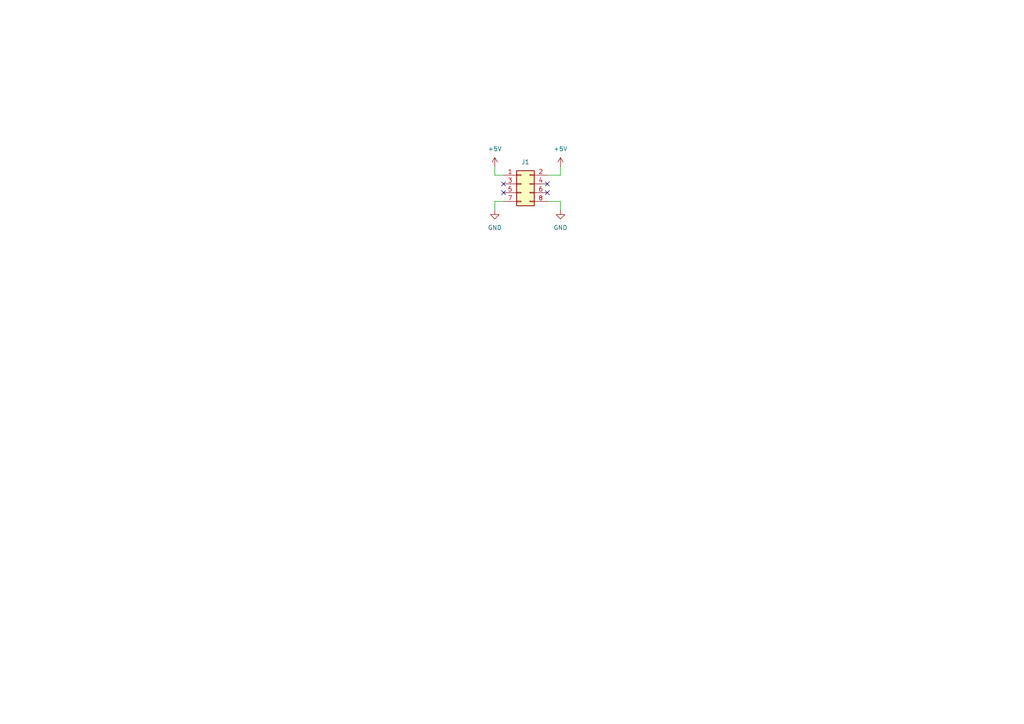
<source format=kicad_sch>
(kicad_sch (version 20231120) (generator "eeschema") (generator_version "8.0")
  (paper "A4")
  (lib_symbols
    (symbol "kicad_inventree_lib:PinHeader_02x04_P2.54_THT_angle" (pin_names (offset 1.016) hide)
      (property "Reference" "J" (at 1.27 5.08 0))
      (property "Value" "PinHeader_02x04_P2.54_THT_angle" (at 1.27 -7.62 0))
      (symbol "PinHeader_02x04_P2.54_THT_angle_1_1"
        (rectangle (start -1.27 -4.953) (end 0 -5.207) (stroke (width 0.1524)))
        (rectangle (start -1.27 -2.413) (end 0 -2.667) (stroke (width 0.1524)))
        (rectangle (start -1.27 0.127) (end 0 -0.127) (stroke (width 0.1524)))
        (rectangle (start -1.27 2.667) (end 0 2.413) (stroke (width 0.1524)))
        (rectangle (start -1.27 3.81) (end 3.81 -6.35) (stroke (width 0.254)) (fill (type background)))
        (rectangle (start 3.81 -4.953) (end 2.54 -5.207) (stroke (width 0.1524)))
        (rectangle (start 3.81 -2.413) (end 2.54 -2.667) (stroke (width 0.1524)))
        (rectangle (start 3.81 0.127) (end 2.54 -0.127) (stroke (width 0.1524)))
        (rectangle (start 3.81 2.667) (end 2.54 2.413) (stroke (width 0.1524)))
        (pin passive line (at -5.08 2.54 0) (length 3.81) (name "Pin_1") (number "1"))
        (pin passive line (at 7.62 2.54 180) (length 3.81) (name "Pin_2") (number "2"))
        (pin passive line (at -5.08 0 0) (length 3.81) (name "Pin_3") (number "3"))
        (pin passive line (at 7.62 0 180) (length 3.81) (name "Pin_4") (number "4"))
        (pin passive line (at -5.08 -2.54 0) (length 3.81) (name "Pin_5") (number "5"))
        (pin passive line (at 7.62 -2.54 180) (length 3.81) (name "Pin_6") (number "6"))
        (pin passive line (at -5.08 -5.08 0) (length 3.81) (name "Pin_7") (number "7"))
        (pin passive line (at 7.62 -5.08 180) (length 3.81) (name "Pin_8") (number "8"))
      )
    )
    (symbol "power:+5V" (power) (pin_numbers hide) (pin_names (offset 0) hide)
      (property "Value" "+5V" (at 0 3.556 0))
      (symbol "+5V_0_1"
        (polyline (pts (xy -0.762 1.27) (xy 0 2.54)))
        (polyline (pts (xy 0 0) (xy 0 2.54)))
        (polyline (pts (xy 0 2.54) (xy 0.762 1.27)))
      )
      (symbol "+5V_1_1"
        (pin power_in line (at 0 0 90) (length 0) (name "~") (number "1"))
      )
    )
    (symbol "power:GND" (power) (pin_numbers hide) (pin_names (offset 0) hide)
      (property "Value" "GND" (at 0 -3.81 0))
      (symbol "GND_0_1"
        (polyline (pts (xy 0 0) (xy 0 -1.27) (xy 1.27 -1.27) (xy 0 -2.54) (xy -1.27 -1.27) (xy 0 -1.27)))
      )
      (symbol "GND_1_1"
        (pin power_in line (at 0 0 270) (length 0) (name "~") (number "1"))
      )
    )
  )
  (no_connect (at 158.75 53.34))
  (no_connect (at 146.05 55.88))
  (no_connect (at 158.75 55.88))
  (no_connect (at 146.05 53.34))
  (wire (pts (xy 162.56 48.26) (xy 162.56 50.8)))
  (wire (pts (xy 143.51 50.8) (xy 143.51 48.26)))
  (wire (pts (xy 143.51 58.42) (xy 143.51 60.96)))
  (wire (pts (xy 146.05 50.8) (xy 143.51 50.8)))
  (wire (pts (xy 146.05 58.42) (xy 143.51 58.42)))
  (wire (pts (xy 162.56 50.8) (xy 158.75 50.8)))
  (wire (pts (xy 162.56 58.42) (xy 158.75 58.42)))
  (wire (pts (xy 162.56 60.96) (xy 162.56 58.42)))
  (symbol (lib_id "kicad_inventree_lib:PinHeader_02x04_P2.54_THT_angle") (at 151.13 53.34 0) (unit 1)
    (property "Reference" "J1" (at 152.4 46.99 0))
    (property "Value" "PinHeader_02x04_P2.54_THT_angle" (effects (hide yes)))
    (property "Footprint" "Connector_PinHeader_2.54mm:PinHeader_2x04_P2.54mm_Horizontal" (effects (hide yes)))
    (property "Datasheet" "http://inventree.network/part/128/" (effects (hide yes)))
    (property "Description" "Generic connector, double row, 02x04, odd/even pin numbering scheme (row 1 odd numbers, row 2 even numbers), script generated (kicad-library-utils/schlib/autogen/connector/)" (effects (hide yes)))
    (property "part_ipn" "PinHeader_02x04_P2.54_THT_angle" (effects (hide yes)))
  )
  (symbol (lib_id "power:GND") (at 162.56 60.96 0) (unit 1)
    (property "Reference" "#PWR04" (effects (hide yes)))
    (property "Value" "GND" (at 162.56 66.04 0))
    (property "Description" "Power symbol creates a global label with name \"GND\" , ground" (effects (hide yes)))
  )
  (symbol (lib_id "power:+5V") (at 162.56 48.26 0) (unit 1)
    (property "Reference" "#PWR03" (effects (hide yes)))
    (property "Value" "+5V" (at 162.56 43.18 0))
    (property "Description" "Power symbol creates a global label with name \"+5V\"" (effects (hide yes)))
  )
  (symbol (lib_id "power:+5V") (at 143.51 48.26 0) (unit 1)
    (property "Reference" "#PWR01" (effects (hide yes)))
    (property "Value" "+5V" (at 143.51 43.18 0))
    (property "Description" "Power symbol creates a global label with name \"+5V\"" (effects (hide yes)))
  )
  (symbol (lib_id "power:GND") (at 143.51 60.96 0) (unit 1)
    (property "Reference" "#PWR02" (effects (hide yes)))
    (property "Value" "GND" (at 143.51 66.04 0))
    (property "Description" "Power symbol creates a global label with name \"GND\" , ground" (effects (hide yes)))
  )
)
</source>
